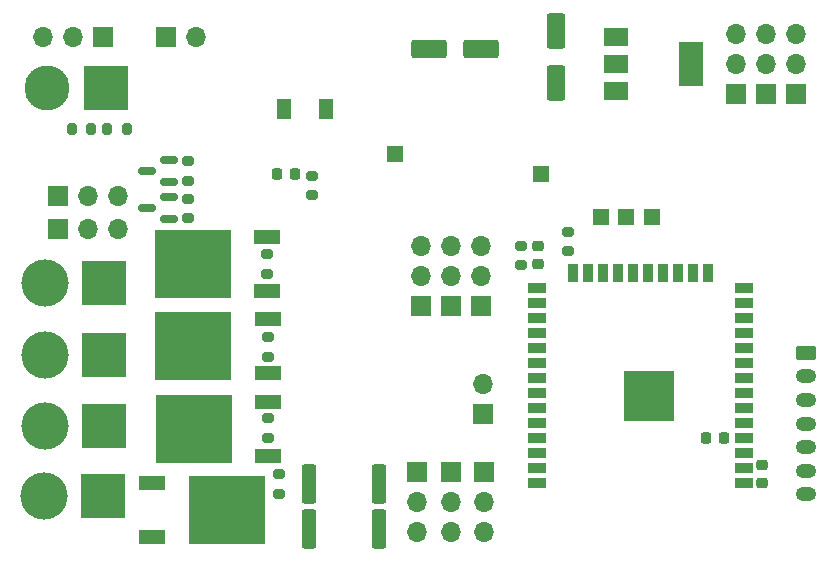
<source format=gbr>
%TF.GenerationSoftware,KiCad,Pcbnew,7.0.11-rc3*%
%TF.CreationDate,2024-12-28T02:26:29+01:00*%
%TF.ProjectId,jf-ecu32.7,6a662d65-6375-4333-922e-372e6b696361,rev?*%
%TF.SameCoordinates,Original*%
%TF.FileFunction,Soldermask,Top*%
%TF.FilePolarity,Negative*%
%FSLAX46Y46*%
G04 Gerber Fmt 4.6, Leading zero omitted, Abs format (unit mm)*
G04 Created by KiCad (PCBNEW 7.0.11-rc3) date 2024-12-28 02:26:29*
%MOMM*%
%LPD*%
G01*
G04 APERTURE LIST*
G04 Aperture macros list*
%AMRoundRect*
0 Rectangle with rounded corners*
0 $1 Rounding radius*
0 $2 $3 $4 $5 $6 $7 $8 $9 X,Y pos of 4 corners*
0 Add a 4 corners polygon primitive as box body*
4,1,4,$2,$3,$4,$5,$6,$7,$8,$9,$2,$3,0*
0 Add four circle primitives for the rounded corners*
1,1,$1+$1,$2,$3*
1,1,$1+$1,$4,$5*
1,1,$1+$1,$6,$7*
1,1,$1+$1,$8,$9*
0 Add four rect primitives between the rounded corners*
20,1,$1+$1,$2,$3,$4,$5,0*
20,1,$1+$1,$4,$5,$6,$7,0*
20,1,$1+$1,$6,$7,$8,$9,0*
20,1,$1+$1,$8,$9,$2,$3,0*%
G04 Aperture macros list end*
%ADD10R,1.350000X1.350000*%
%ADD11R,2.200000X1.200000*%
%ADD12R,6.400000X5.800000*%
%ADD13RoundRect,0.200000X-0.200000X-0.275000X0.200000X-0.275000X0.200000X0.275000X-0.200000X0.275000X0*%
%ADD14RoundRect,0.225000X0.250000X-0.225000X0.250000X0.225000X-0.250000X0.225000X-0.250000X-0.225000X0*%
%ADD15RoundRect,0.225000X0.225000X0.250000X-0.225000X0.250000X-0.225000X-0.250000X0.225000X-0.250000X0*%
%ADD16R,1.700000X1.700000*%
%ADD17O,1.700000X1.700000*%
%ADD18RoundRect,0.200000X-0.275000X0.200000X-0.275000X-0.200000X0.275000X-0.200000X0.275000X0.200000X0*%
%ADD19RoundRect,0.250000X-0.625000X0.350000X-0.625000X-0.350000X0.625000X-0.350000X0.625000X0.350000X0*%
%ADD20O,1.750000X1.200000*%
%ADD21RoundRect,0.200000X0.275000X-0.200000X0.275000X0.200000X-0.275000X0.200000X-0.275000X-0.200000X0*%
%ADD22R,3.800000X3.800000*%
%ADD23C,4.000000*%
%ADD24RoundRect,0.250000X-0.362500X-1.425000X0.362500X-1.425000X0.362500X1.425000X-0.362500X1.425000X0*%
%ADD25R,1.300000X1.700000*%
%ADD26C,3.800000*%
%ADD27R,1.500000X0.900000*%
%ADD28R,0.900000X1.500000*%
%ADD29C,0.475000*%
%ADD30R,4.200000X4.200000*%
%ADD31RoundRect,0.150000X0.587500X0.150000X-0.587500X0.150000X-0.587500X-0.150000X0.587500X-0.150000X0*%
%ADD32R,2.000000X1.500000*%
%ADD33R,2.000000X3.800000*%
%ADD34RoundRect,0.250000X-1.250000X-0.550000X1.250000X-0.550000X1.250000X0.550000X-1.250000X0.550000X0*%
%ADD35RoundRect,0.250000X0.550000X-1.250000X0.550000X1.250000X-0.550000X1.250000X-0.550000X-1.250000X0*%
%ADD36RoundRect,0.225000X-0.250000X0.225000X-0.250000X-0.225000X0.250000X-0.225000X0.250000X0.225000X0*%
G04 APERTURE END LIST*
D10*
%TO.C,TDI1*%
X47371000Y-163068000D03*
%TD*%
D11*
%TO.C,Q5*%
X36629000Y-188590000D03*
D12*
X30329000Y-186310000D03*
D11*
X36629000Y-184030000D03*
%TD*%
%TO.C,Q6*%
X36550000Y-174618000D03*
D12*
X30250000Y-172338000D03*
D11*
X36550000Y-170058000D03*
%TD*%
D13*
%TO.C,R4*%
X23013000Y-160909000D03*
X24663000Y-160909000D03*
%TD*%
D14*
%TO.C,BOOT1*%
X59461400Y-172365000D03*
X59461400Y-170815000D03*
%TD*%
D15*
%TO.C,C7*%
X38938200Y-164744400D03*
X37388200Y-164744400D03*
%TD*%
D16*
%TO.C,J16*%
X54610000Y-175880000D03*
D17*
X54610000Y-173340000D03*
X54610000Y-170800000D03*
%TD*%
D13*
%TO.C,R3*%
X20003000Y-160909000D03*
X21653000Y-160909000D03*
%TD*%
D18*
%TO.C,R11*%
X37560000Y-190160000D03*
X37560000Y-191810000D03*
%TD*%
D16*
%TO.C,J18*%
X54860000Y-189970000D03*
D17*
X54860000Y-192510000D03*
X54860000Y-195050000D03*
%TD*%
D16*
%TO.C,J7*%
X18811000Y-166624000D03*
D17*
X21351000Y-166624000D03*
X23891000Y-166624000D03*
%TD*%
D19*
%TO.C,J21*%
X82150000Y-179870000D03*
D20*
X82150000Y-181870000D03*
X82150000Y-183870000D03*
X82150000Y-185870000D03*
X82150000Y-187870000D03*
X82150000Y-189870000D03*
X82150000Y-191870000D03*
%TD*%
D16*
%TO.C,J4*%
X49246600Y-189970000D03*
D17*
X49246600Y-192510000D03*
X49246600Y-195050000D03*
%TD*%
D16*
%TO.C,J15*%
X52066000Y-189970000D03*
D17*
X52066000Y-192510000D03*
X52066000Y-195050000D03*
%TD*%
D16*
%TO.C,J10*%
X27940000Y-153162000D03*
D17*
X30480000Y-153162000D03*
%TD*%
D21*
%TO.C,R7*%
X36576000Y-187070000D03*
X36576000Y-185420000D03*
%TD*%
D16*
%TO.C,J19*%
X54830000Y-185050000D03*
D17*
X54830000Y-182510000D03*
%TD*%
D21*
%TO.C,R12*%
X29845000Y-165290000D03*
X29845000Y-163640000D03*
%TD*%
D22*
%TO.C,J9*%
X22693000Y-180086000D03*
D23*
X17693000Y-180086000D03*
%TD*%
D10*
%TO.C,GND1*%
X69088000Y-168402000D03*
%TD*%
D11*
%TO.C,Q4*%
X36585000Y-181605000D03*
D12*
X30285000Y-179325000D03*
D11*
X36585000Y-177045000D03*
%TD*%
D24*
%TO.C,R2*%
X40067500Y-190990000D03*
X45992500Y-190990000D03*
%TD*%
D21*
%TO.C,R15*%
X61976000Y-171259000D03*
X61976000Y-169609000D03*
%TD*%
D16*
%TO.C,J6*%
X18811000Y-169418000D03*
D17*
X21351000Y-169418000D03*
X23891000Y-169418000D03*
%TD*%
D25*
%TO.C,D18*%
X38001000Y-159232600D03*
X41501000Y-159232600D03*
%TD*%
D10*
%TO.C,TMS1*%
X59690000Y-164719000D03*
%TD*%
%TO.C,TCK1*%
X66929000Y-168402000D03*
%TD*%
D16*
%TO.C,J3*%
X49530000Y-175895000D03*
D17*
X49530000Y-173355000D03*
X49530000Y-170815000D03*
%TD*%
D11*
%TO.C,Q2*%
X26823000Y-190888000D03*
D12*
X33123000Y-193168000D03*
D11*
X26823000Y-195448000D03*
%TD*%
D22*
%TO.C,J8*%
X22860000Y-157480000D03*
D26*
X17860000Y-157480000D03*
%TD*%
D21*
%TO.C,R10*%
X29845000Y-168465000D03*
X29845000Y-166815000D03*
%TD*%
D24*
%TO.C,R1*%
X40067500Y-194780000D03*
X45992500Y-194780000D03*
%TD*%
D27*
%TO.C,U1*%
X76910000Y-190905000D03*
X76910000Y-189635000D03*
X76910000Y-188365000D03*
X76910000Y-187095000D03*
X76910000Y-185825000D03*
X76910000Y-184555000D03*
X76910000Y-183285000D03*
X76910000Y-182015000D03*
X76910000Y-180745000D03*
X76910000Y-179475000D03*
X76910000Y-178205000D03*
X76910000Y-176935000D03*
X76910000Y-175665000D03*
X76910000Y-174395000D03*
D28*
X73870000Y-173145000D03*
X72600000Y-173145000D03*
X71330000Y-173145000D03*
X70060000Y-173145000D03*
X68790000Y-173145000D03*
X67520000Y-173145000D03*
X66250000Y-173145000D03*
X64980000Y-173145000D03*
X63710000Y-173145000D03*
X62440000Y-173145000D03*
D27*
X59410000Y-174395000D03*
X59410000Y-175665000D03*
X59410000Y-176935000D03*
X59410000Y-178205000D03*
X59410000Y-179475000D03*
X59410000Y-180745000D03*
X59410000Y-182015000D03*
X59410000Y-183285000D03*
X59410000Y-184555000D03*
X59410000Y-185825000D03*
X59410000Y-187095000D03*
X59410000Y-188365000D03*
X59410000Y-189635000D03*
X59410000Y-190905000D03*
D29*
X70365000Y-184327500D03*
X70365000Y-182802500D03*
X69602500Y-185090000D03*
X69602500Y-183565000D03*
X69602500Y-182040000D03*
X68840000Y-184327500D03*
D30*
X68840000Y-183565000D03*
D29*
X68840000Y-182802500D03*
X68077500Y-185090000D03*
X68077500Y-183565000D03*
X68077500Y-182040000D03*
X67315000Y-184327500D03*
X67315000Y-182802500D03*
%TD*%
D31*
%TO.C,Q1*%
X28242500Y-165415000D03*
X28242500Y-163515000D03*
X26367500Y-164465000D03*
%TD*%
D32*
%TO.C,U4*%
X66090000Y-153148000D03*
X66090000Y-155448000D03*
D33*
X72390000Y-155448000D03*
D32*
X66090000Y-157748000D03*
%TD*%
D16*
%TO.C,J1*%
X76200000Y-158003000D03*
D17*
X76200000Y-155463000D03*
X76200000Y-152923000D03*
%TD*%
D22*
%TO.C,J17*%
X22693000Y-173990000D03*
D23*
X17693000Y-173990000D03*
%TD*%
D21*
%TO.C,R8*%
X36560000Y-173170000D03*
X36560000Y-171520000D03*
%TD*%
D15*
%TO.C,C1*%
X75260000Y-187090000D03*
X73710000Y-187090000D03*
%TD*%
D22*
%TO.C,J5*%
X22606000Y-192024000D03*
D23*
X17606000Y-192024000D03*
%TD*%
D16*
%TO.C,J12*%
X81280000Y-157988000D03*
D17*
X81280000Y-155448000D03*
X81280000Y-152908000D03*
%TD*%
D16*
%TO.C,J13*%
X52070000Y-175895000D03*
D17*
X52070000Y-173355000D03*
X52070000Y-170815000D03*
%TD*%
D34*
%TO.C,C8*%
X50210000Y-154178000D03*
X54610000Y-154178000D03*
%TD*%
D18*
%TO.C,R13*%
X58039000Y-170815000D03*
X58039000Y-172465000D03*
%TD*%
D21*
%TO.C,R9*%
X36576000Y-180212000D03*
X36576000Y-178562000D03*
%TD*%
%TO.C,R5*%
X40305000Y-166552700D03*
X40305000Y-164902700D03*
%TD*%
D16*
%TO.C,J2*%
X78740000Y-158003000D03*
D17*
X78740000Y-155463000D03*
X78740000Y-152923000D03*
%TD*%
D16*
%TO.C,J11*%
X22606000Y-153162000D03*
D17*
X20066000Y-153162000D03*
X17526000Y-153162000D03*
%TD*%
D35*
%TO.C,C3*%
X60960000Y-157013000D03*
X60960000Y-152613000D03*
%TD*%
D36*
%TO.C,C9*%
X78460000Y-189340000D03*
X78460000Y-190890000D03*
%TD*%
D10*
%TO.C,TDO1*%
X64770000Y-168402000D03*
%TD*%
D31*
%TO.C,Q3*%
X28242500Y-168590000D03*
X28242500Y-166690000D03*
X26367500Y-167640000D03*
%TD*%
D22*
%TO.C,J14*%
X22693000Y-186055000D03*
D23*
X17693000Y-186055000D03*
%TD*%
M02*

</source>
